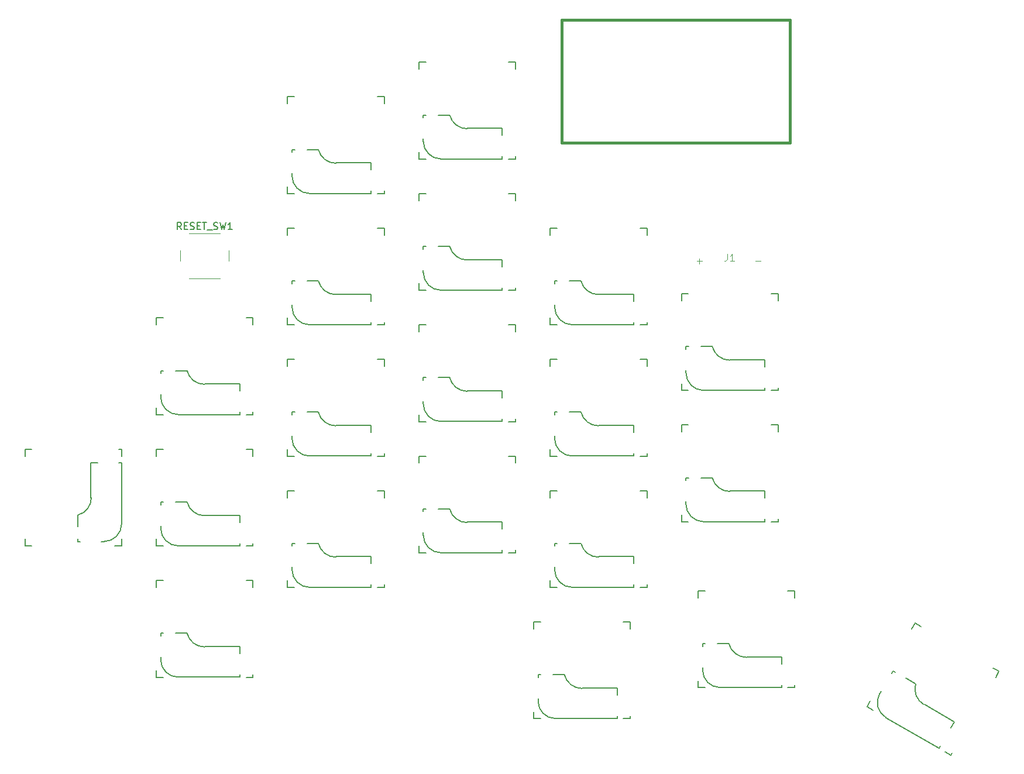
<source format=gbr>
%TF.GenerationSoftware,KiCad,Pcbnew,7.0.10*%
%TF.CreationDate,2024-05-01T10:45:41+02:00*%
%TF.ProjectId,talon,74616c6f-6e2e-46b6-9963-61645f706362,rev?*%
%TF.SameCoordinates,Original*%
%TF.FileFunction,Legend,Top*%
%TF.FilePolarity,Positive*%
%FSLAX46Y46*%
G04 Gerber Fmt 4.6, Leading zero omitted, Abs format (unit mm)*
G04 Created by KiCad (PCBNEW 7.0.10) date 2024-05-01 10:45:41*
%MOMM*%
%LPD*%
G01*
G04 APERTURE LIST*
%ADD10C,0.150000*%
%ADD11C,0.100000*%
%ADD12C,0.381000*%
%ADD13C,0.120000*%
G04 APERTURE END LIST*
D10*
X108642856Y-78204819D02*
X108309523Y-77728628D01*
X108071428Y-78204819D02*
X108071428Y-77204819D01*
X108071428Y-77204819D02*
X108452380Y-77204819D01*
X108452380Y-77204819D02*
X108547618Y-77252438D01*
X108547618Y-77252438D02*
X108595237Y-77300057D01*
X108595237Y-77300057D02*
X108642856Y-77395295D01*
X108642856Y-77395295D02*
X108642856Y-77538152D01*
X108642856Y-77538152D02*
X108595237Y-77633390D01*
X108595237Y-77633390D02*
X108547618Y-77681009D01*
X108547618Y-77681009D02*
X108452380Y-77728628D01*
X108452380Y-77728628D02*
X108071428Y-77728628D01*
X109071428Y-77681009D02*
X109404761Y-77681009D01*
X109547618Y-78204819D02*
X109071428Y-78204819D01*
X109071428Y-78204819D02*
X109071428Y-77204819D01*
X109071428Y-77204819D02*
X109547618Y-77204819D01*
X109928571Y-78157200D02*
X110071428Y-78204819D01*
X110071428Y-78204819D02*
X110309523Y-78204819D01*
X110309523Y-78204819D02*
X110404761Y-78157200D01*
X110404761Y-78157200D02*
X110452380Y-78109580D01*
X110452380Y-78109580D02*
X110499999Y-78014342D01*
X110499999Y-78014342D02*
X110499999Y-77919104D01*
X110499999Y-77919104D02*
X110452380Y-77823866D01*
X110452380Y-77823866D02*
X110404761Y-77776247D01*
X110404761Y-77776247D02*
X110309523Y-77728628D01*
X110309523Y-77728628D02*
X110119047Y-77681009D01*
X110119047Y-77681009D02*
X110023809Y-77633390D01*
X110023809Y-77633390D02*
X109976190Y-77585771D01*
X109976190Y-77585771D02*
X109928571Y-77490533D01*
X109928571Y-77490533D02*
X109928571Y-77395295D01*
X109928571Y-77395295D02*
X109976190Y-77300057D01*
X109976190Y-77300057D02*
X110023809Y-77252438D01*
X110023809Y-77252438D02*
X110119047Y-77204819D01*
X110119047Y-77204819D02*
X110357142Y-77204819D01*
X110357142Y-77204819D02*
X110499999Y-77252438D01*
X110928571Y-77681009D02*
X111261904Y-77681009D01*
X111404761Y-78204819D02*
X110928571Y-78204819D01*
X110928571Y-78204819D02*
X110928571Y-77204819D01*
X110928571Y-77204819D02*
X111404761Y-77204819D01*
X111690476Y-77204819D02*
X112261904Y-77204819D01*
X111976190Y-78204819D02*
X111976190Y-77204819D01*
X112357143Y-78300057D02*
X113119047Y-78300057D01*
X113309524Y-78157200D02*
X113452381Y-78204819D01*
X113452381Y-78204819D02*
X113690476Y-78204819D01*
X113690476Y-78204819D02*
X113785714Y-78157200D01*
X113785714Y-78157200D02*
X113833333Y-78109580D01*
X113833333Y-78109580D02*
X113880952Y-78014342D01*
X113880952Y-78014342D02*
X113880952Y-77919104D01*
X113880952Y-77919104D02*
X113833333Y-77823866D01*
X113833333Y-77823866D02*
X113785714Y-77776247D01*
X113785714Y-77776247D02*
X113690476Y-77728628D01*
X113690476Y-77728628D02*
X113500000Y-77681009D01*
X113500000Y-77681009D02*
X113404762Y-77633390D01*
X113404762Y-77633390D02*
X113357143Y-77585771D01*
X113357143Y-77585771D02*
X113309524Y-77490533D01*
X113309524Y-77490533D02*
X113309524Y-77395295D01*
X113309524Y-77395295D02*
X113357143Y-77300057D01*
X113357143Y-77300057D02*
X113404762Y-77252438D01*
X113404762Y-77252438D02*
X113500000Y-77204819D01*
X113500000Y-77204819D02*
X113738095Y-77204819D01*
X113738095Y-77204819D02*
X113880952Y-77252438D01*
X114214286Y-77204819D02*
X114452381Y-78204819D01*
X114452381Y-78204819D02*
X114642857Y-77490533D01*
X114642857Y-77490533D02*
X114833333Y-78204819D01*
X114833333Y-78204819D02*
X115071429Y-77204819D01*
X115976190Y-78204819D02*
X115404762Y-78204819D01*
X115690476Y-78204819D02*
X115690476Y-77204819D01*
X115690476Y-77204819D02*
X115595238Y-77347676D01*
X115595238Y-77347676D02*
X115500000Y-77442914D01*
X115500000Y-77442914D02*
X115404762Y-77490533D01*
D11*
X187636666Y-81747419D02*
X187636666Y-82461704D01*
X187636666Y-82461704D02*
X187589047Y-82604561D01*
X187589047Y-82604561D02*
X187493809Y-82699800D01*
X187493809Y-82699800D02*
X187350952Y-82747419D01*
X187350952Y-82747419D02*
X187255714Y-82747419D01*
X188636666Y-82747419D02*
X188065238Y-82747419D01*
X188350952Y-82747419D02*
X188350952Y-81747419D01*
X188350952Y-81747419D02*
X188255714Y-81890276D01*
X188255714Y-81890276D02*
X188160476Y-81985514D01*
X188160476Y-81985514D02*
X188065238Y-82033133D01*
X191703884Y-82771466D02*
X192465789Y-82771466D01*
X183213884Y-82781466D02*
X183975789Y-82781466D01*
X183594836Y-83162419D02*
X183594836Y-82400514D01*
D10*
%TO.C,SW3*%
X109460001Y-98634999D02*
G75*
G03*
X111999999Y-100618171I2539999J634999D01*
G01*
X105650000Y-102445000D02*
G75*
G03*
X108190000Y-104985000I2540001J1D01*
G01*
X119000000Y-105000000D02*
X118000000Y-105000000D01*
X119000000Y-104604000D02*
X119000000Y-105000000D01*
X119000000Y-91000000D02*
X119000000Y-92000000D01*
X118000000Y-91000000D02*
X119000000Y-91000000D01*
X117080000Y-104985000D02*
X108190000Y-104985000D01*
X117080000Y-104604000D02*
X117080000Y-104985000D01*
X117080000Y-100540000D02*
X117080000Y-101556000D01*
X112000000Y-100540000D02*
X117080000Y-100540000D01*
X107809000Y-98635000D02*
X109460001Y-98634999D01*
X106000000Y-105000000D02*
X105000000Y-105000000D01*
X105650000Y-102445000D02*
X105650000Y-102064000D01*
X105650000Y-99016000D02*
X105650000Y-98635000D01*
X105650000Y-98635000D02*
X106031000Y-98635000D01*
X105000000Y-105000000D02*
X105000000Y-104000000D01*
X105000000Y-92000000D02*
X105000000Y-91000000D01*
X105000000Y-91000000D02*
X106000000Y-91000000D01*
%TO.C,SW1*%
X128460001Y-66634999D02*
G75*
G03*
X130999999Y-68618171I2539999J634999D01*
G01*
X124650000Y-70445000D02*
G75*
G03*
X127190000Y-72985000I2540001J1D01*
G01*
X138000000Y-73000000D02*
X137000000Y-73000000D01*
X138000000Y-72604000D02*
X138000000Y-73000000D01*
X138000000Y-59000000D02*
X138000000Y-60000000D01*
X137000000Y-59000000D02*
X138000000Y-59000000D01*
X136080000Y-72985000D02*
X127190000Y-72985000D01*
X136080000Y-72604000D02*
X136080000Y-72985000D01*
X136080000Y-68540000D02*
X136080000Y-69556000D01*
X131000000Y-68540000D02*
X136080000Y-68540000D01*
X126809000Y-66635000D02*
X128460001Y-66634999D01*
X125000000Y-73000000D02*
X124000000Y-73000000D01*
X124650000Y-70445000D02*
X124650000Y-70064000D01*
X124650000Y-67016000D02*
X124650000Y-66635000D01*
X124650000Y-66635000D02*
X125031000Y-66635000D01*
X124000000Y-73000000D02*
X124000000Y-72000000D01*
X124000000Y-60000000D02*
X124000000Y-59000000D01*
X124000000Y-59000000D02*
X125000000Y-59000000D01*
%TO.C,SW10*%
X128460001Y-104634999D02*
G75*
G03*
X130999999Y-106618171I2539999J634999D01*
G01*
X124650000Y-108445000D02*
G75*
G03*
X127190000Y-110985000I2540001J1D01*
G01*
X138000000Y-111000000D02*
X137000000Y-111000000D01*
X138000000Y-110604000D02*
X138000000Y-111000000D01*
X138000000Y-97000000D02*
X138000000Y-98000000D01*
X137000000Y-97000000D02*
X138000000Y-97000000D01*
X136080000Y-110985000D02*
X127190000Y-110985000D01*
X136080000Y-110604000D02*
X136080000Y-110985000D01*
X136080000Y-106540000D02*
X136080000Y-107556000D01*
X131000000Y-106540000D02*
X136080000Y-106540000D01*
X126809000Y-104635000D02*
X128460001Y-104634999D01*
X125000000Y-111000000D02*
X124000000Y-111000000D01*
X124650000Y-108445000D02*
X124650000Y-108064000D01*
X124650000Y-105016000D02*
X124650000Y-104635000D01*
X124650000Y-104635000D02*
X125031000Y-104635000D01*
X124000000Y-111000000D02*
X124000000Y-110000000D01*
X124000000Y-98000000D02*
X124000000Y-97000000D01*
X124000000Y-97000000D02*
X125000000Y-97000000D01*
%TO.C,SW7*%
X185460001Y-95134999D02*
G75*
G03*
X187999999Y-97118171I2539999J634999D01*
G01*
X181650000Y-98945000D02*
G75*
G03*
X184190000Y-101485000I2540001J1D01*
G01*
X195000000Y-101500000D02*
X194000000Y-101500000D01*
X195000000Y-101104000D02*
X195000000Y-101500000D01*
X195000000Y-87500000D02*
X195000000Y-88500000D01*
X194000000Y-87500000D02*
X195000000Y-87500000D01*
X193080000Y-101485000D02*
X184190000Y-101485000D01*
X193080000Y-101104000D02*
X193080000Y-101485000D01*
X193080000Y-97040000D02*
X193080000Y-98056000D01*
X188000000Y-97040000D02*
X193080000Y-97040000D01*
X183809000Y-95135000D02*
X185460001Y-95134999D01*
X182000000Y-101500000D02*
X181000000Y-101500000D01*
X181650000Y-98945000D02*
X181650000Y-98564000D01*
X181650000Y-95516000D02*
X181650000Y-95135000D01*
X181650000Y-95135000D02*
X182031000Y-95135000D01*
X181000000Y-101500000D02*
X181000000Y-100500000D01*
X181000000Y-88500000D02*
X181000000Y-87500000D01*
X181000000Y-87500000D02*
X182000000Y-87500000D01*
%TO.C,SW13*%
X185460001Y-114134999D02*
G75*
G03*
X187999999Y-116118171I2539999J634999D01*
G01*
X181650000Y-117945000D02*
G75*
G03*
X184190000Y-120485000I2540001J1D01*
G01*
X195000000Y-120500000D02*
X194000000Y-120500000D01*
X195000000Y-120104000D02*
X195000000Y-120500000D01*
X195000000Y-106500000D02*
X195000000Y-107500000D01*
X194000000Y-106500000D02*
X195000000Y-106500000D01*
X193080000Y-120485000D02*
X184190000Y-120485000D01*
X193080000Y-120104000D02*
X193080000Y-120485000D01*
X193080000Y-116040000D02*
X193080000Y-117056000D01*
X188000000Y-116040000D02*
X193080000Y-116040000D01*
X183809000Y-114135000D02*
X185460001Y-114134999D01*
X182000000Y-120500000D02*
X181000000Y-120500000D01*
X181650000Y-117945000D02*
X181650000Y-117564000D01*
X181650000Y-114516000D02*
X181650000Y-114135000D01*
X181650000Y-114135000D02*
X182031000Y-114135000D01*
X181000000Y-120500000D02*
X181000000Y-119500000D01*
X181000000Y-107500000D02*
X181000000Y-106500000D01*
X181000000Y-106500000D02*
X182000000Y-106500000D01*
%TO.C,SW6*%
X166460001Y-85634999D02*
G75*
G03*
X168999999Y-87618171I2539999J634999D01*
G01*
X162650000Y-89445000D02*
G75*
G03*
X165190000Y-91985000I2540001J1D01*
G01*
X176000000Y-92000000D02*
X175000000Y-92000000D01*
X176000000Y-91604000D02*
X176000000Y-92000000D01*
X176000000Y-78000000D02*
X176000000Y-79000000D01*
X175000000Y-78000000D02*
X176000000Y-78000000D01*
X174080000Y-91985000D02*
X165190000Y-91985000D01*
X174080000Y-91604000D02*
X174080000Y-91985000D01*
X174080000Y-87540000D02*
X174080000Y-88556000D01*
X169000000Y-87540000D02*
X174080000Y-87540000D01*
X164809000Y-85635000D02*
X166460001Y-85634999D01*
X163000000Y-92000000D02*
X162000000Y-92000000D01*
X162650000Y-89445000D02*
X162650000Y-89064000D01*
X162650000Y-86016000D02*
X162650000Y-85635000D01*
X162650000Y-85635000D02*
X163031000Y-85635000D01*
X162000000Y-92000000D02*
X162000000Y-91000000D01*
X162000000Y-79000000D02*
X162000000Y-78000000D01*
X162000000Y-78000000D02*
X163000000Y-78000000D01*
%TO.C,SW5*%
X147460001Y-80634999D02*
G75*
G03*
X149999999Y-82618171I2539999J634999D01*
G01*
X143650000Y-84445000D02*
G75*
G03*
X146190000Y-86985000I2540001J1D01*
G01*
X157000000Y-87000000D02*
X156000000Y-87000000D01*
X157000000Y-86604000D02*
X157000000Y-87000000D01*
X157000000Y-73000000D02*
X157000000Y-74000000D01*
X156000000Y-73000000D02*
X157000000Y-73000000D01*
X155080000Y-86985000D02*
X146190000Y-86985000D01*
X155080000Y-86604000D02*
X155080000Y-86985000D01*
X155080000Y-82540000D02*
X155080000Y-83556000D01*
X150000000Y-82540000D02*
X155080000Y-82540000D01*
X145809000Y-80635000D02*
X147460001Y-80634999D01*
X144000000Y-87000000D02*
X143000000Y-87000000D01*
X143650000Y-84445000D02*
X143650000Y-84064000D01*
X143650000Y-81016000D02*
X143650000Y-80635000D01*
X143650000Y-80635000D02*
X144031000Y-80635000D01*
X143000000Y-87000000D02*
X143000000Y-86000000D01*
X143000000Y-74000000D02*
X143000000Y-73000000D01*
X143000000Y-73000000D02*
X144000000Y-73000000D01*
D12*
%TO.C,U1*%
X163660000Y-47860000D02*
X163660000Y-65640000D01*
X163660000Y-65640000D02*
X194140000Y-65640000D01*
X194140000Y-47860000D02*
X163660000Y-47860000D01*
X194140000Y-65640000D02*
X196680000Y-65640000D01*
X196680000Y-47860000D02*
X194140000Y-47860000D01*
X196680000Y-65640000D02*
X196680000Y-47860000D01*
D13*
%TO.C,RESET_SW1*%
X115500000Y-82750000D02*
X115500000Y-81250000D01*
X114250000Y-78750000D02*
X109750000Y-78750000D01*
X109750000Y-85250000D02*
X114250000Y-85250000D01*
X108500000Y-81250000D02*
X108500000Y-82750000D01*
D10*
%TO.C,SW17*%
X166460001Y-123634999D02*
G75*
G03*
X168999999Y-125618171I2539999J634999D01*
G01*
X162650000Y-127445000D02*
G75*
G03*
X165190000Y-129985000I2540001J1D01*
G01*
X176000000Y-130000000D02*
X175000000Y-130000000D01*
X176000000Y-129604000D02*
X176000000Y-130000000D01*
X176000000Y-116000000D02*
X176000000Y-117000000D01*
X175000000Y-116000000D02*
X176000000Y-116000000D01*
X174080000Y-129985000D02*
X165190000Y-129985000D01*
X174080000Y-129604000D02*
X174080000Y-129985000D01*
X174080000Y-125540000D02*
X174080000Y-126556000D01*
X169000000Y-125540000D02*
X174080000Y-125540000D01*
X164809000Y-123635000D02*
X166460001Y-123634999D01*
X163000000Y-130000000D02*
X162000000Y-130000000D01*
X162650000Y-127445000D02*
X162650000Y-127064000D01*
X162650000Y-124016000D02*
X162650000Y-123635000D01*
X162650000Y-123635000D02*
X163031000Y-123635000D01*
X162000000Y-130000000D02*
X162000000Y-129000000D01*
X162000000Y-117000000D02*
X162000000Y-116000000D01*
X162000000Y-116000000D02*
X163000000Y-116000000D01*
%TO.C,SW12*%
X166460001Y-104634999D02*
G75*
G03*
X168999999Y-106618171I2539999J634999D01*
G01*
X162650000Y-108445000D02*
G75*
G03*
X165190000Y-110985000I2540001J1D01*
G01*
X176000000Y-111000000D02*
X175000000Y-111000000D01*
X176000000Y-110604000D02*
X176000000Y-111000000D01*
X176000000Y-97000000D02*
X176000000Y-98000000D01*
X175000000Y-97000000D02*
X176000000Y-97000000D01*
X174080000Y-110985000D02*
X165190000Y-110985000D01*
X174080000Y-110604000D02*
X174080000Y-110985000D01*
X174080000Y-106540000D02*
X174080000Y-107556000D01*
X169000000Y-106540000D02*
X174080000Y-106540000D01*
X164809000Y-104635000D02*
X166460001Y-104634999D01*
X163000000Y-111000000D02*
X162000000Y-111000000D01*
X162650000Y-108445000D02*
X162650000Y-108064000D01*
X162650000Y-105016000D02*
X162650000Y-104635000D01*
X162650000Y-104635000D02*
X163031000Y-104635000D01*
X162000000Y-111000000D02*
X162000000Y-110000000D01*
X162000000Y-98000000D02*
X162000000Y-97000000D01*
X162000000Y-97000000D02*
X163000000Y-97000000D01*
%TO.C,SW9*%
X109460001Y-117634999D02*
G75*
G03*
X111999999Y-119618171I2539999J634999D01*
G01*
X105650000Y-121445000D02*
G75*
G03*
X108190000Y-123985000I2540001J1D01*
G01*
X119000000Y-124000000D02*
X118000000Y-124000000D01*
X119000000Y-123604000D02*
X119000000Y-124000000D01*
X119000000Y-110000000D02*
X119000000Y-111000000D01*
X118000000Y-110000000D02*
X119000000Y-110000000D01*
X117080000Y-123985000D02*
X108190000Y-123985000D01*
X117080000Y-123604000D02*
X117080000Y-123985000D01*
X117080000Y-119540000D02*
X117080000Y-120556000D01*
X112000000Y-119540000D02*
X117080000Y-119540000D01*
X107809000Y-117635000D02*
X109460001Y-117634999D01*
X106000000Y-124000000D02*
X105000000Y-124000000D01*
X105650000Y-121445000D02*
X105650000Y-121064000D01*
X105650000Y-118016000D02*
X105650000Y-117635000D01*
X105650000Y-117635000D02*
X106031000Y-117635000D01*
X105000000Y-124000000D02*
X105000000Y-123000000D01*
X105000000Y-111000000D02*
X105000000Y-110000000D01*
X105000000Y-110000000D02*
X106000000Y-110000000D01*
%TO.C,SW15*%
X128460001Y-123634999D02*
G75*
G03*
X130999999Y-125618171I2539999J634999D01*
G01*
X124650000Y-127445000D02*
G75*
G03*
X127190000Y-129985000I2540001J1D01*
G01*
X138000000Y-130000000D02*
X137000000Y-130000000D01*
X138000000Y-129604000D02*
X138000000Y-130000000D01*
X138000000Y-116000000D02*
X138000000Y-117000000D01*
X137000000Y-116000000D02*
X138000000Y-116000000D01*
X136080000Y-129985000D02*
X127190000Y-129985000D01*
X136080000Y-129604000D02*
X136080000Y-129985000D01*
X136080000Y-125540000D02*
X136080000Y-126556000D01*
X131000000Y-125540000D02*
X136080000Y-125540000D01*
X126809000Y-123635000D02*
X128460001Y-123634999D01*
X125000000Y-130000000D02*
X124000000Y-130000000D01*
X124650000Y-127445000D02*
X124650000Y-127064000D01*
X124650000Y-124016000D02*
X124650000Y-123635000D01*
X124650000Y-123635000D02*
X125031000Y-123635000D01*
X124000000Y-130000000D02*
X124000000Y-129000000D01*
X124000000Y-117000000D02*
X124000000Y-116000000D01*
X124000000Y-116000000D02*
X125000000Y-116000000D01*
%TO.C,SW14*%
X109460001Y-136634999D02*
G75*
G03*
X111999999Y-138618171I2539999J634999D01*
G01*
X105650000Y-140445000D02*
G75*
G03*
X108190000Y-142985000I2540001J1D01*
G01*
X119000000Y-143000000D02*
X118000000Y-143000000D01*
X119000000Y-142604000D02*
X119000000Y-143000000D01*
X119000000Y-129000000D02*
X119000000Y-130000000D01*
X118000000Y-129000000D02*
X119000000Y-129000000D01*
X117080000Y-142985000D02*
X108190000Y-142985000D01*
X117080000Y-142604000D02*
X117080000Y-142985000D01*
X117080000Y-138540000D02*
X117080000Y-139556000D01*
X112000000Y-138540000D02*
X117080000Y-138540000D01*
X107809000Y-136635000D02*
X109460001Y-136634999D01*
X106000000Y-143000000D02*
X105000000Y-143000000D01*
X105650000Y-140445000D02*
X105650000Y-140064000D01*
X105650000Y-137016000D02*
X105650000Y-136635000D01*
X105650000Y-136635000D02*
X106031000Y-136635000D01*
X105000000Y-143000000D02*
X105000000Y-142000000D01*
X105000000Y-130000000D02*
X105000000Y-129000000D01*
X105000000Y-129000000D02*
X106000000Y-129000000D01*
%TO.C,SW19*%
X187860001Y-138134999D02*
G75*
G03*
X190399999Y-140118171I2539999J634999D01*
G01*
X184050000Y-141945000D02*
G75*
G03*
X186590000Y-144485000I2540001J1D01*
G01*
X197400000Y-144500000D02*
X196400000Y-144500000D01*
X197400000Y-144104000D02*
X197400000Y-144500000D01*
X197400000Y-130500000D02*
X197400000Y-131500000D01*
X196400000Y-130500000D02*
X197400000Y-130500000D01*
X195480000Y-144485000D02*
X186590000Y-144485000D01*
X195480000Y-144104000D02*
X195480000Y-144485000D01*
X195480000Y-140040000D02*
X195480000Y-141056000D01*
X190400000Y-140040000D02*
X195480000Y-140040000D01*
X186209000Y-138135000D02*
X187860001Y-138134999D01*
X184400000Y-144500000D02*
X183400000Y-144500000D01*
X184050000Y-141945000D02*
X184050000Y-141564000D01*
X184050000Y-138516000D02*
X184050000Y-138135000D01*
X184050000Y-138135000D02*
X184431000Y-138135000D01*
X183400000Y-144500000D02*
X183400000Y-143500000D01*
X183400000Y-131500000D02*
X183400000Y-130500000D01*
X183400000Y-130500000D02*
X184400000Y-130500000D01*
%TO.C,SW11*%
X147460001Y-99634999D02*
G75*
G03*
X149999999Y-101618171I2539999J634999D01*
G01*
X143650000Y-103445000D02*
G75*
G03*
X146190000Y-105985000I2540001J1D01*
G01*
X157000000Y-106000000D02*
X156000000Y-106000000D01*
X157000000Y-105604000D02*
X157000000Y-106000000D01*
X157000000Y-92000000D02*
X157000000Y-93000000D01*
X156000000Y-92000000D02*
X157000000Y-92000000D01*
X155080000Y-105985000D02*
X146190000Y-105985000D01*
X155080000Y-105604000D02*
X155080000Y-105985000D01*
X155080000Y-101540000D02*
X155080000Y-102556000D01*
X150000000Y-101540000D02*
X155080000Y-101540000D01*
X145809000Y-99635000D02*
X147460001Y-99634999D01*
X144000000Y-106000000D02*
X143000000Y-106000000D01*
X143650000Y-103445000D02*
X143650000Y-103064000D01*
X143650000Y-100016000D02*
X143650000Y-99635000D01*
X143650000Y-99635000D02*
X144031000Y-99635000D01*
X143000000Y-106000000D02*
X143000000Y-105000000D01*
X143000000Y-93000000D02*
X143000000Y-92000000D01*
X143000000Y-92000000D02*
X144000000Y-92000000D01*
%TO.C,SW4*%
X128460001Y-85634999D02*
G75*
G03*
X130999999Y-87618171I2539999J634999D01*
G01*
X124650000Y-89445000D02*
G75*
G03*
X127190000Y-91985000I2540001J1D01*
G01*
X138000000Y-92000000D02*
X137000000Y-92000000D01*
X138000000Y-91604000D02*
X138000000Y-92000000D01*
X138000000Y-78000000D02*
X138000000Y-79000000D01*
X137000000Y-78000000D02*
X138000000Y-78000000D01*
X136080000Y-91985000D02*
X127190000Y-91985000D01*
X136080000Y-91604000D02*
X136080000Y-91985000D01*
X136080000Y-87540000D02*
X136080000Y-88556000D01*
X131000000Y-87540000D02*
X136080000Y-87540000D01*
X126809000Y-85635000D02*
X128460001Y-85634999D01*
X125000000Y-92000000D02*
X124000000Y-92000000D01*
X124650000Y-89445000D02*
X124650000Y-89064000D01*
X124650000Y-86016000D02*
X124650000Y-85635000D01*
X124650000Y-85635000D02*
X125031000Y-85635000D01*
X124000000Y-92000000D02*
X124000000Y-91000000D01*
X124000000Y-79000000D02*
X124000000Y-78000000D01*
X124000000Y-78000000D02*
X125000000Y-78000000D01*
%TO.C,SW2*%
X147460001Y-61634999D02*
G75*
G03*
X149999999Y-63618171I2539999J634999D01*
G01*
X143650000Y-65445000D02*
G75*
G03*
X146190000Y-67985000I2540001J1D01*
G01*
X157000000Y-68000000D02*
X156000000Y-68000000D01*
X157000000Y-67604000D02*
X157000000Y-68000000D01*
X157000000Y-54000000D02*
X157000000Y-55000000D01*
X156000000Y-54000000D02*
X157000000Y-54000000D01*
X155080000Y-67985000D02*
X146190000Y-67985000D01*
X155080000Y-67604000D02*
X155080000Y-67985000D01*
X155080000Y-63540000D02*
X155080000Y-64556000D01*
X150000000Y-63540000D02*
X155080000Y-63540000D01*
X145809000Y-61635000D02*
X147460001Y-61634999D01*
X144000000Y-68000000D02*
X143000000Y-68000000D01*
X143650000Y-65445000D02*
X143650000Y-65064000D01*
X143650000Y-62016000D02*
X143650000Y-61635000D01*
X143650000Y-61635000D02*
X144031000Y-61635000D01*
X143000000Y-68000000D02*
X143000000Y-67000000D01*
X143000000Y-55000000D02*
X143000000Y-54000000D01*
X143000000Y-54000000D02*
X144000000Y-54000000D01*
%TO.C,SW20*%
X214882950Y-143979631D02*
G75*
G03*
X216091066Y-146967106I2517202J-720074D01*
G01*
X209678392Y-145374189D02*
G75*
G03*
X210608095Y-148843892I2199705J-1269999D01*
G01*
X219962330Y-154261883D02*
X219096304Y-153761883D01*
X220160330Y-153918937D02*
X219962330Y-154261883D01*
X226962330Y-142137527D02*
X226462330Y-143003553D01*
X226096304Y-141637527D02*
X226962330Y-142137527D01*
X218307061Y-153288892D02*
X210608095Y-148843892D01*
X218497561Y-152958937D02*
X218307061Y-153288892D01*
X220529561Y-149439410D02*
X220021561Y-150319291D01*
X216130152Y-146899410D02*
X220529561Y-149439410D01*
X213453140Y-143154131D02*
X214882949Y-143979631D01*
X208704000Y-147761883D02*
X207837974Y-147261883D01*
X209678391Y-145374188D02*
X209868891Y-145044232D01*
X211392891Y-142404587D02*
X211583391Y-142074631D01*
X211583391Y-142074631D02*
X211913346Y-142265131D01*
X207837974Y-147261883D02*
X208337974Y-146395857D01*
X214337974Y-136003553D02*
X214837974Y-135137527D01*
X214837974Y-135137527D02*
X215704000Y-135637527D01*
%TO.C,SW8*%
X93634999Y-119539999D02*
G75*
G03*
X95618171Y-117000001I-634999J2539999D01*
G01*
X97445000Y-123350000D02*
G75*
G03*
X99985000Y-120810000I-1J2540001D01*
G01*
X100000000Y-110000000D02*
X100000000Y-111000000D01*
X99604000Y-110000000D02*
X100000000Y-110000000D01*
X86000000Y-110000000D02*
X87000000Y-110000000D01*
X86000000Y-111000000D02*
X86000000Y-110000000D01*
X99985000Y-111920000D02*
X99985000Y-120810000D01*
X99604000Y-111920000D02*
X99985000Y-111920000D01*
X95540000Y-111920000D02*
X96556000Y-111920000D01*
X95540000Y-117000000D02*
X95540000Y-111920000D01*
X93635000Y-121191000D02*
X93634999Y-119539999D01*
X100000000Y-123000000D02*
X100000000Y-124000000D01*
X97445000Y-123350000D02*
X97064000Y-123350000D01*
X94016000Y-123350000D02*
X93635000Y-123350000D01*
X93635000Y-123350000D02*
X93635000Y-122969000D01*
X100000000Y-124000000D02*
X99000000Y-124000000D01*
X87000000Y-124000000D02*
X86000000Y-124000000D01*
X86000000Y-124000000D02*
X86000000Y-123000000D01*
%TO.C,SW16*%
X147460001Y-118634999D02*
G75*
G03*
X149999999Y-120618171I2539999J634999D01*
G01*
X143650000Y-122445000D02*
G75*
G03*
X146190000Y-124985000I2540001J1D01*
G01*
X157000000Y-125000000D02*
X156000000Y-125000000D01*
X157000000Y-124604000D02*
X157000000Y-125000000D01*
X157000000Y-111000000D02*
X157000000Y-112000000D01*
X156000000Y-111000000D02*
X157000000Y-111000000D01*
X155080000Y-124985000D02*
X146190000Y-124985000D01*
X155080000Y-124604000D02*
X155080000Y-124985000D01*
X155080000Y-120540000D02*
X155080000Y-121556000D01*
X150000000Y-120540000D02*
X155080000Y-120540000D01*
X145809000Y-118635000D02*
X147460001Y-118634999D01*
X144000000Y-125000000D02*
X143000000Y-125000000D01*
X143650000Y-122445000D02*
X143650000Y-122064000D01*
X143650000Y-119016000D02*
X143650000Y-118635000D01*
X143650000Y-118635000D02*
X144031000Y-118635000D01*
X143000000Y-125000000D02*
X143000000Y-124000000D01*
X143000000Y-112000000D02*
X143000000Y-111000000D01*
X143000000Y-111000000D02*
X144000000Y-111000000D01*
%TO.C,SW18*%
X164060001Y-142634999D02*
G75*
G03*
X166599999Y-144618171I2539999J634999D01*
G01*
X160250000Y-146445000D02*
G75*
G03*
X162790000Y-148985000I2540001J1D01*
G01*
X173600000Y-149000000D02*
X172600000Y-149000000D01*
X173600000Y-148604000D02*
X173600000Y-149000000D01*
X173600000Y-135000000D02*
X173600000Y-136000000D01*
X172600000Y-135000000D02*
X173600000Y-135000000D01*
X171680000Y-148985000D02*
X162790000Y-148985000D01*
X171680000Y-148604000D02*
X171680000Y-148985000D01*
X171680000Y-144540000D02*
X171680000Y-145556000D01*
X166600000Y-144540000D02*
X171680000Y-144540000D01*
X162409000Y-142635000D02*
X164060001Y-142634999D01*
X160600000Y-149000000D02*
X159600000Y-149000000D01*
X160250000Y-146445000D02*
X160250000Y-146064000D01*
X160250000Y-143016000D02*
X160250000Y-142635000D01*
X160250000Y-142635000D02*
X160631000Y-142635000D01*
X159600000Y-149000000D02*
X159600000Y-148000000D01*
X159600000Y-136000000D02*
X159600000Y-135000000D01*
X159600000Y-135000000D02*
X160600000Y-135000000D01*
%TD*%
M02*

</source>
